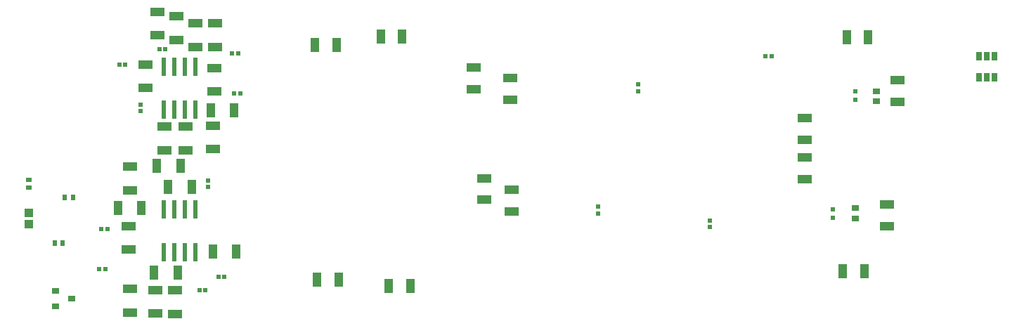
<source format=gtp>
G04*
G04 #@! TF.GenerationSoftware,Altium Limited,Altium Designer,25.3.3 (18)*
G04*
G04 Layer_Color=8421504*
%FSLAX44Y44*%
%MOMM*%
G71*
G04*
G04 #@! TF.SameCoordinates,9AC58102-6E01-47F4-9C41-847502B80828*
G04*
G04*
G04 #@! TF.FilePolarity,Positive*
G04*
G01*
G75*
%ADD19R,1.7000X1.0500*%
%ADD20R,0.5153X0.4725*%
%ADD21R,0.4725X0.5153*%
%ADD22R,0.8500X0.7000*%
%ADD23R,1.0500X1.7000*%
%ADD24R,0.6000X2.2000*%
%ADD25R,1.7000X1.1000*%
%ADD26R,0.5000X0.6400*%
%ADD27R,0.9000X0.8000*%
%ADD28R,1.0500X1.0500*%
%ADD29R,0.6400X0.5000*%
%ADD30R,1.1000X1.7000*%
G04:AMPARAMS|DCode=31|XSize=1.1mm|YSize=0.6mm|CornerRadius=0.051mm|HoleSize=0mm|Usage=FLASHONLY|Rotation=90.000|XOffset=0mm|YOffset=0mm|HoleType=Round|Shape=RoundedRectangle|*
%AMROUNDEDRECTD31*
21,1,1.1000,0.4980,0,0,90.0*
21,1,0.9980,0.6000,0,0,90.0*
1,1,0.1020,0.2490,0.4990*
1,1,0.1020,0.2490,-0.4990*
1,1,0.1020,-0.2490,-0.4990*
1,1,0.1020,-0.2490,0.4990*
%
%ADD31ROUNDEDRECTD31*%
%ADD32R,0.5000X0.4750*%
%ADD33R,0.5200X0.5200*%
%ADD34R,0.5200X0.5200*%
D19*
X219710Y338530D02*
D03*
Y367030D02*
D03*
X196850Y372390D02*
D03*
Y343890D02*
D03*
X182880Y308890D02*
D03*
Y280390D02*
D03*
X205740Y234240D02*
D03*
Y205740D02*
D03*
X266700Y329920D02*
D03*
Y358420D02*
D03*
X242570Y329920D02*
D03*
Y358420D02*
D03*
X265430Y276300D02*
D03*
Y304800D02*
D03*
X264160Y206730D02*
D03*
Y235230D02*
D03*
X231140Y205460D02*
D03*
Y233960D02*
D03*
X163830Y9880D02*
D03*
Y38380D02*
D03*
X194310Y8610D02*
D03*
Y37110D02*
D03*
X218440Y8330D02*
D03*
Y36830D02*
D03*
X162560Y85800D02*
D03*
Y114300D02*
D03*
X163830Y185700D02*
D03*
Y157200D02*
D03*
D20*
X158726Y308610D02*
D03*
X151154D02*
D03*
X297131Y274320D02*
D03*
X289560D02*
D03*
X129564Y110490D02*
D03*
X137136D02*
D03*
X206961Y327660D02*
D03*
X199390D02*
D03*
X247674Y36830D02*
D03*
X255246D02*
D03*
X270534Y53340D02*
D03*
X278106D02*
D03*
X294616Y322580D02*
D03*
X287044D02*
D03*
X126690Y62230D02*
D03*
X134261D02*
D03*
D21*
X176530Y252468D02*
D03*
Y260040D02*
D03*
X257810Y168886D02*
D03*
Y161314D02*
D03*
D22*
X1062990Y264260D02*
D03*
Y276760D02*
D03*
X1037590Y123290D02*
D03*
Y135790D02*
D03*
D23*
X238760Y161290D02*
D03*
X210260D02*
D03*
X193071Y58138D02*
D03*
X221570D02*
D03*
X289840Y254000D02*
D03*
X261340D02*
D03*
X292380Y83820D02*
D03*
X263880D02*
D03*
X224790Y186690D02*
D03*
X196290D02*
D03*
X149580Y135890D02*
D03*
X178080D02*
D03*
D24*
X204470Y254070D02*
D03*
X217170D02*
D03*
X229870D02*
D03*
X242570D02*
D03*
Y306070D02*
D03*
X229870D02*
D03*
X217170D02*
D03*
X204470D02*
D03*
X242643Y134444D02*
D03*
X229943D02*
D03*
X217243D02*
D03*
X204543D02*
D03*
Y82444D02*
D03*
X217243D02*
D03*
X229943D02*
D03*
X242643D02*
D03*
D25*
X1075690Y114300D02*
D03*
Y140300D02*
D03*
X622300Y292400D02*
D03*
Y266400D02*
D03*
X577850Y279100D02*
D03*
Y305100D02*
D03*
X590550Y171750D02*
D03*
Y145750D02*
D03*
X1088390Y263860D02*
D03*
Y289860D02*
D03*
X976630Y218140D02*
D03*
Y244140D02*
D03*
Y170849D02*
D03*
Y196850D02*
D03*
X623570Y157780D02*
D03*
Y131780D02*
D03*
D26*
X95250Y148590D02*
D03*
X85750D02*
D03*
X82880Y93980D02*
D03*
X73381D02*
D03*
D27*
X74150Y36170D02*
D03*
Y17170D02*
D03*
X94150Y26670D02*
D03*
D28*
X42240Y116840D02*
D03*
Y130340D02*
D03*
D29*
Y169850D02*
D03*
Y160350D02*
D03*
D30*
X1053430Y341630D02*
D03*
X1027430D02*
D03*
X1049020Y59690D02*
D03*
X1023019D02*
D03*
X492090Y342900D02*
D03*
X466090D02*
D03*
X413050Y332740D02*
D03*
X387050D02*
D03*
X475950Y41910D02*
D03*
X501950D02*
D03*
X389290Y49530D02*
D03*
X415290D02*
D03*
D31*
X1186840Y293070D02*
D03*
X1196340D02*
D03*
X1205840D02*
D03*
Y319070D02*
D03*
X1196340D02*
D03*
X1186840D02*
D03*
D32*
X1037590Y266655D02*
D03*
Y276905D02*
D03*
X1010920Y134665D02*
D03*
Y124415D02*
D03*
D33*
X929450Y318770D02*
D03*
X937450D02*
D03*
D34*
X862330Y120840D02*
D03*
Y112840D02*
D03*
X775970Y276670D02*
D03*
Y284670D02*
D03*
X727710Y137350D02*
D03*
Y129350D02*
D03*
M02*

</source>
